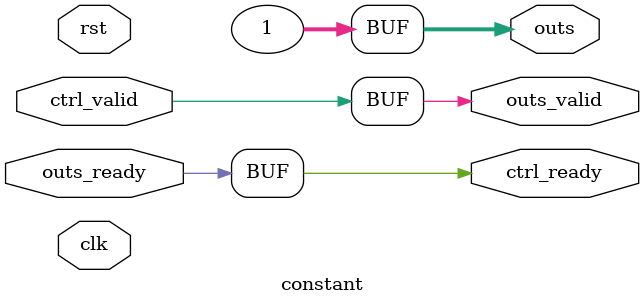
<source format=v>
`timescale 1ns / 1ps
module constant #(
  parameter DATA_WIDTH = 32  // Default set to 32 bits
) (
  input                       clk,
  input                       rst,
  // Input Channel
  input                       ctrl_valid,
  output                      ctrl_ready,
  // Output Channel
  output [DATA_WIDTH - 1 : 0] outs,
  output                      outs_valid,
  input                       outs_ready
);
  assign outs       = 1'b1;
  assign outs_valid = ctrl_valid;
  assign ctrl_ready = outs_ready;

endmodule

</source>
